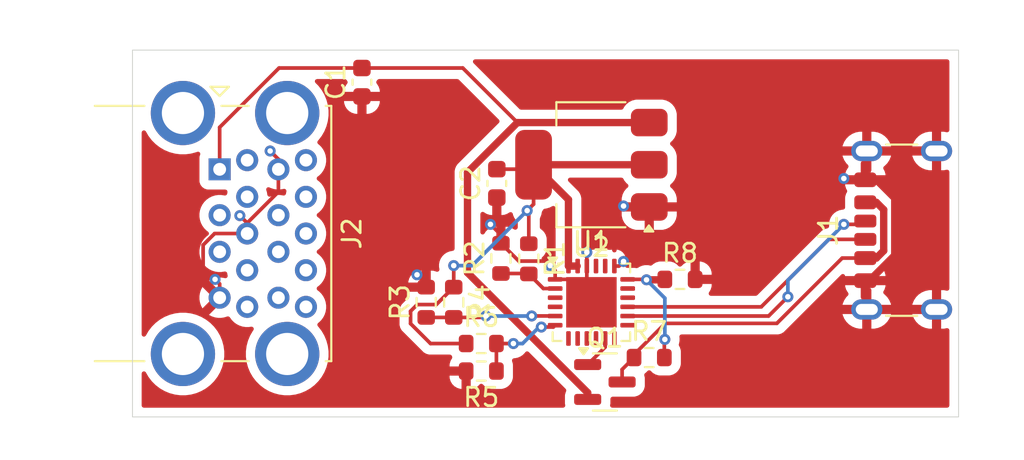
<source format=kicad_pcb>
(kicad_pcb (version 20241229) (generator "pcbnew") (generator_version "9.0")
  (layers (0 "F.Cu" signal) (2 "B.Cu" signal) (13 "F.Paste" user) (15 "B.Paste" user) (5 "F.SilkS" user "F.Silkscreen") (7 "B.SilkS" user "B.Silkscreen") (1 "F.Mask" user) (3 "B.Mask" user) (25 "Edge.Cuts" user))
  (net 0 "")
  (net 1 "GND")
  (net 2 "VBUS")
  (net 3 "+3.3V")
  (net 4 "CC2")
  (net 5 "CC1")
  (net 6 "VBUS_C")
  (net 13 "Net-(Q1-G)")
  (net 14 "Net-(U1-VBUS_MAX)")
  (net 15 "Net-(U1-ISNK_COARSE)")
  (net 16 "Net-(U1-ISNK_FINE)")
  (net 17 "Net-(U1-VBUS_IN)")
  (footprint "Resistor_SMD:R_0603_1608Metric" (layer "F.Cu") (at 150.072186 71.354801 90)
    (property "Reference" "R2" (at 0 -1.43 90) (layer "F.SilkS"))
    (property "Value" "2.4K")
    (fp_line (start -0.237258 -0.5225) (end 0.237258 -0.5225) (stroke (width 0.12)) (layer "F.SilkS"))
    (fp_line (start -0.237258 0.5225) (end 0.237258 0.5225) (stroke (width 0.12)) (layer "F.SilkS"))
    (pad "1" smd roundrect (at -0.825 0 90) (size 0.8 0.95) (layers "F.Cu" "F.Mask" "F.Paste") (net 14 "Net-(U1-VBUS_MAX)"))
    (pad "2" smd roundrect (at 0.825 0 90) (size 0.8 0.95) (layers "F.Cu" "F.Mask" "F.Paste") (net 1 "GND"))
  )
  (footprint "Package_TO_SOT_SMD:SOT-23" (layer "F.Cu") (at 155.733738 78.096445)
    (property "Reference" "Q1" (at 0 -2.4 0) (layer "F.SilkS"))
    (property "Value" "AO3401A")
    (fp_line (start 0 -1.56) (end -0.65 -1.56) (stroke (width 0.12)) (layer "F.SilkS"))
    (fp_line (start 0 -1.56) (end 0.65 -1.56) (stroke (width 0.12)) (layer "F.SilkS"))
    (fp_line (start 0 1.56) (end -0.65 1.56) (stroke (width 0.12)) (layer "F.SilkS"))
    (fp_line (start 0 1.56) (end 0.65 1.56) (stroke (width 0.12)) (layer "F.SilkS"))
    (fp_poly (pts (xy -1.1625 -1.51) (xy -1.4025 -1.84) (xy -0.9225 -1.84)) (stroke (width 0.12)) (fill yes) (layer "F.SilkS"))
    (pad "1" smd roundrect (at -0.9375 -0.95) (size 1.475 0.6) (layers "F.Cu" "F.Mask" "F.Paste") (net 13 "Net-(Q1-G)"))
    (pad "2" smd roundrect (at -0.9375 0.95) (size 1.475 0.6) (layers "F.Cu" "F.Mask" "F.Paste") (net 2 "VBUS"))
    (pad "3" smd roundrect (at 0.9375 0) (size 1.475 0.6) (layers "F.Cu" "F.Mask" "F.Paste") (net 6 "VBUS_C"))
  )
  (footprint "Connector_USB:USB_C_Receptacle_GCT_USB4125-xx-x_6P_TopMnt_Horizontal" (layer "F.Cu") (at 173 69.82 90)
    (property "Reference" "J1" (at 0 -5.1 90) (layer "F.SilkS"))
    (property "Value" "USB_C_Receptacle_PowerOnly_6P")
    (fp_line (start 4.67 -0.25) (end 4.67 -1.95) (stroke (width 0.12)) (layer "F.SilkS"))
    (fp_line (start -4.67 -0.25) (end -4.67 -1.95) (stroke (width 0.12)) (layer "F.SilkS"))
    (pad "A5" smd roundrect (at -0.5 -3.08 90) (size 0.7 1.2) (layers "F.Cu" "F.Mask" "F.Paste") (net 5 "CC1"))
    (pad "A9" smd roundrect (at 1.52 -3.08 270) (size 0.76 1.2) (layers "F.Cu" "F.Mask" "F.Paste") (net 6 "VBUS_C"))
    (pad "A12" smd roundrect (at 2.75 -3.08 270) (size 0.8 1.2) (layers "F.Cu" "F.Mask" "F.Paste") (net 1 "GND"))
    (pad "B5" smd roundrect (at 0.5 -3.08 270) (size 0.7 1.2) (layers "F.Cu" "F.Mask" "F.Paste") (net 4 "CC2"))
    (pad "B9" smd roundrect (at -1.52 -3.08 90) (size 0.76 1.2) (layers "F.Cu" "F.Mask" "F.Paste") (net 6 "VBUS_C"))
    (pad "B12" smd roundrect (at -2.75 -3.08 90) (size 0.8 1.2) (layers "F.Cu" "F.Mask" "F.Paste") (net 1 "GND"))
    (pad "S1" thru_hole oval (at -4.32 -3 90) (size 1.1 1.7) (drill oval 0.6 1.2) (property pad_prop_heatsink) (layers "*.Cu" "*.Mask" "F.Paste") (net 1 "GND"))
    (pad "S1" thru_hole oval (at -4.32 0.8 90) (size 1.1 1.7) (drill oval 0.6 1.2) (property pad_prop_heatsink) (layers "*.Cu" "*.Mask" "F.Paste") (net 1 "GND"))
    (pad "S1" thru_hole oval (at 4.32 -3 90) (size 1.1 1.7) (drill oval 0.6 1.2) (property pad_prop_heatsink) (layers "*.Cu" "*.Mask" "F.Paste") (net 1 "GND"))
    (pad "S1" thru_hole oval (at 4.32 0.8 90) (size 1.1 1.7) (drill oval 0.6 1.2) (property pad_prop_heatsink) (layers "*.Cu" "*.Mask" "F.Paste") (net 1 "GND"))
  )
  (footprint "Resistor_SMD:R_0603_1608Metric" (layer "F.Cu") (at 149 76)
    (property "Reference" "R6" (at 0 -1.43 0) (layer "F.SilkS"))
    (property "Value" "5.1K")
    (fp_line (start -0.237258 -0.5225) (end 0.237258 -0.5225) (stroke (width 0.12)) (layer "F.SilkS"))
    (fp_line (start -0.237258 0.5225) (end 0.237258 0.5225) (stroke (width 0.12)) (layer "F.SilkS"))
    (pad "1" smd roundrect (at -0.825 0) (size 0.8 0.95) (layers "F.Cu" "F.Mask" "F.Paste") (net 3 "+3.3V"))
    (pad "2" smd roundrect (at 0.825 0) (size 0.8 0.95) (layers "F.Cu" "F.Mask" "F.Paste") (net 16 "Net-(U1-ISNK_FINE)"))
  )
  (footprint "Resistor_SMD:R_0603_1608Metric" (layer "F.Cu") (at 151.589238 71.380298 -90)
    (property "Reference" "R1" (at 0 -1.43 90) (layer "F.SilkS"))
    (property "Value" "5.1K")
    (fp_line (start -0.237258 0.5225) (end 0.237258 0.5225) (stroke (width 0.12)) (layer "F.SilkS"))
    (fp_line (start -0.237258 -0.5225) (end 0.237258 -0.5225) (stroke (width 0.12)) (layer "F.SilkS"))
    (pad "1" smd roundrect (at -0.825 0 270) (size 0.8 0.95) (layers "F.Cu" "F.Mask" "F.Paste") (net 3 "+3.3V"))
    (pad "2" smd roundrect (at 0.825 0 270) (size 0.8 0.95) (layers "F.Cu" "F.Mask" "F.Paste") (net 14 "Net-(U1-VBUS_MAX)"))
  )
  (footprint "Resistor_SMD:R_0603_1608Metric" (layer "F.Cu") (at 149 77.5 180)
    (property "Reference" "R5" (at 0 -1.43 0) (layer "F.SilkS"))
    (property "Value" "2.4K")
    (fp_line (start -0.237258 0.5225) (end 0.237258 0.5225) (stroke (width 0.12)) (layer "F.SilkS"))
    (fp_line (start -0.237258 -0.5225) (end 0.237258 -0.5225) (stroke (width 0.12)) (layer "F.SilkS"))
    (pad "1" smd roundrect (at -0.825 0 180) (size 0.8 0.95) (layers "F.Cu" "F.Mask" "F.Paste") (net 16 "Net-(U1-ISNK_FINE)"))
    (pad "2" smd roundrect (at 0.825 0 180) (size 0.8 0.95) (layers "F.Cu" "F.Mask" "F.Paste") (net 1 "GND"))
  )
  (footprint "Resistor_SMD:R_0603_1608Metric" (layer "F.Cu") (at 158.146986 76.764256)
    (property "Reference" "R7" (at 0 -1.43 0) (layer "F.SilkS"))
    (property "Value" "100K")
    (fp_line (start -0.237258 -0.5225) (end 0.237258 -0.5225) (stroke (width 0.12)) (layer "F.SilkS"))
    (fp_line (start -0.237258 0.5225) (end 0.237258 0.5225) (stroke (width 0.12)) (layer "F.SilkS"))
    (pad "1" smd roundrect (at -0.825 0) (size 0.8 0.95) (layers "F.Cu" "F.Mask" "F.Paste") (net 6 "VBUS_C"))
    (pad "2" smd roundrect (at 0.825 0) (size 0.8 0.95) (layers "F.Cu" "F.Mask" "F.Paste") (net 17 "Net-(U1-VBUS_IN)"))
  )
  (footprint "Resistor_SMD:R_0603_1608Metric" (layer "F.Cu") (at 159.825 72.5)
    (property "Reference" "R8" (at 0 -1.43 0) (layer "F.SilkS"))
    (property "Value" "10K")
    (fp_line (start -0.237258 -0.5225) (end 0.237258 -0.5225) (stroke (width 0.12)) (layer "F.SilkS"))
    (fp_line (start -0.237258 0.5225) (end 0.237258 0.5225) (stroke (width 0.12)) (layer "F.SilkS"))
    (pad "1" smd roundrect (at -0.825 0) (size 0.8 0.95) (layers "F.Cu" "F.Mask" "F.Paste") (net 17 "Net-(U1-VBUS_IN)"))
    (pad "2" smd roundrect (at 0.825 0) (size 0.8 0.95) (layers "F.Cu" "F.Mask" "F.Paste") (net 1 "GND"))
  )
  (footprint "Capacitor_SMD:C_0603_1608Metric" (layer "F.Cu") (at 149.847019 67.266307 90)
    (property "Reference" "C2" (at 0 -1.43 90) (layer "F.SilkS"))
    (property "Value" "1uF")
    (fp_line (start -0.14058 -0.51) (end 0.14058 -0.51) (stroke (width 0.12)) (layer "F.SilkS"))
    (fp_line (start -0.14058 0.51) (end 0.14058 0.51) (stroke (width 0.12)) (layer "F.SilkS"))
    (pad "1" smd roundrect (at -0.775 0 90) (size 0.9 0.95) (layers "F.Cu" "F.Mask" "F.Paste") (net 1 "GND"))
    (pad "2" smd roundrect (at 0.775 0 90) (size 0.9 0.95) (layers "F.Cu" "F.Mask" "F.Paste") (net 3 "+3.3V"))
  )
  (footprint "Connector_USB:USB3_A_Molex_48406-0001_Horizontal_Stacked" (layer "F.Cu") (at 134.75 66.5 -90)
    (property "Reference" "J2" (at 3.5 -7.2 90) (layer "F.SilkS"))
    (property "Value" "USB3_A" (hide yes))
    (fp_line (start -3.46 6.8) (end -3.46 4.1) (stroke (width 0.12)) (layer "F.SilkS"))
    (fp_line (start 10.46 6.8) (end 10.46 4.1) (stroke (width 0.12)) (layer "F.SilkS"))
    (fp_line (start -4.5 0.5) (end -4 0) (stroke (width 0.12)) (layer "F.SilkS"))
    (fp_line (start -4 0) (end -4.5 -0.5) (stroke (width 0.12)) (layer "F.SilkS"))
    (fp_line (start -3.46 -0.1) (end -3.46 -1.58) (stroke (width 0.12)) (layer "F.SilkS"))
    (fp_line (start 10.46 -0.1) (end 10.46 -1.58) (stroke (width 0.12)) (layer "F.SilkS"))
    (fp_line (start -4.5 -0.5) (end -4.5 0.5) (stroke (width 0.12)) (layer "F.SilkS"))
    (fp_line (start -3.46 -6.08) (end -3.46 -5.78) (stroke (width 0.12)) (layer "F.SilkS"))
    (fp_line (start -3.46 -6.08) (end 10.46 -6.08) (stroke (width 0.12)) (layer "F.SilkS"))
    (fp_line (start 10.46 -6.08) (end 10.46 -5.78) (stroke (width 0.12)) (layer "F.SilkS"))
    (pad "1" thru_hole rect (at 0 0 270) (size 1.2 1.2) (drill 0.7) (layers "*.Cu" "*.Mask") (net 2 "VBUS"))
    (pad "2" thru_hole circle (at 2.5 0 270) (size 1.2 1.2) (drill 0.7) (layers "*.Cu" "*.Mask"))
    (pad "3" thru_hole circle (at 4.5 0 270) (size 1.2 1.2) (drill 0.7) (layers "*.Cu" "*.Mask"))
    (pad "4" thru_hole circle (at 7 0 270) (size 1.2 1.2) (drill 0.7) (layers "*.Cu" "*.Mask") (net 1 "GND"))
    (pad "5" thru_hole circle (at 7.5 -1.5 270) (size 1.2 1.2) (drill 0.7) (layers "*.Cu" "*.Mask"))
    (pad "6" thru_hole circle (at 5.5 -1.5 270) (size 1.2 1.2) (drill 0.7) (layers "*.Cu" "*.Mask"))
    (pad "7" thru_hole circle (at 3.5 -1.5 270) (size 1.2 1.2) (drill 0.7) (layers "*.Cu" "*.Mask") (net 1 "GND"))
    (pad "8" thru_hole circle (at 1.5 -1.5 270) (size 1.2 1.2) (drill 0.7) (layers "*.Cu" "*.Mask"))
    (pad "9" thru_hole circle (at -0.5 -1.5 270) (size 1.2 1.2) (drill 0.7) (layers "*.Cu" "*.Mask"))
    (pad "10" thru_hole circle (at 0 -3.2 270) (size 1.2 1.2) (drill 0.7) (layers "*.Cu" "*.Mask") (net 1 "GND"))
    (pad "11" thru_hole circle (at 2.5 -3.2 270) (size 1.2 1.2) (drill 0.7) (layers "*.Cu" "*.Mask"))
    (pad "12" thru_hole circle (at 4.5 -3.2 270) (size 1.2 1.2) (drill 0.7) (layers "*.Cu" "*.Mask"))
    (pad "13" thru_hole circle (at 7 -3.2 270) (size 1.2 1.2) (drill 0.7) (layers "*.Cu" "*.Mask"))
    (pad "14" thru_hole circle (at 7.5 -4.7 270) (size 1.2 1.2) (drill 0.7) (layers "*.Cu" "*.Mask"))
    (pad "15" thru_hole circle (at 5.5 -4.7 270) (size 1.2 1.2) (drill 0.7) (layers "*.Cu" "*.Mask"))
    (pad "16" thru_hole circle (at 3.5 -4.7 270) (size 1.2 1.2) (drill 0.7) (layers "*.Cu" "*.Mask"))
    (pad "17" thru_hole circle (at 1.5 -4.7 270) (size 1.2 1.2) (drill 0.7) (layers "*.Cu" "*.Mask"))
    (pad "18" thru_hole circle (at -0.5 -4.7 270) (size 1.2 1.2) (drill 0.7) (layers "*.Cu" "*.Mask"))
    (pad "19" thru_hole circle (at -3.07 -3.68 270) (size 3.5 3.5) (drill 2.3) (layers "*.Cu" "*.Mask"))
    (pad "19" thru_hole circle (at -3.07 2 270) (size 3.5 3.5) (drill 2.3) (layers "*.Cu" "*.Mask"))
    (pad "19" thru_hole circle (at 10.07 -3.68 270) (size 3.5 3.5) (drill 2.3) (layers "*.Cu" "*.Mask"))
    (pad "19" thru_hole circle (at 10.07 2 270) (size 3.5 3.5) (drill 2.3) (layers "*.Cu" "*.Mask"))
  )
  (footprint "Package_DFN_QFN:QFN-24-1EP_4x4mm_P0.5mm_EP2.75x2.75mm" (layer "F.Cu") (at 155 73.75)
    (property "Reference" "U1" (at 0 -3.33 0) (layer "F.SilkS"))
    (property "Value" "CYPD3177-24LQ")
    (fp_line (start -2.11 -1.635) (end -2.11 -1.87) (stroke (width 0.12)) (layer "F.SilkS"))
    (fp_line (start -2.11 2.11) (end -2.11 1.635) (stroke (width 0.12)) (layer "F.SilkS"))
    (fp_line (start -1.635 -2.11) (end -1.81 -2.11) (stroke (width 0.12)) (layer "F.SilkS"))
    (fp_line (start -1.635 2.11) (end -2.11 2.11) (stroke (width 0.12)) (layer "F.SilkS"))
    (fp_line (start 1.635 -2.11) (end 2.11 -2.11) (stroke (width 0.12)) (layer "F.SilkS"))
    (fp_line (start 1.635 2.11) (end 2.11 2.11) (stroke (width 0.12)) (layer "F.SilkS"))
    (fp_line (start 2.11 -2.11) (end 2.11 -1.635) (stroke (width 0.12)) (layer "F.SilkS"))
    (fp_line (start 2.11 2.11) (end 2.11 1.635) (stroke (width 0.12)) (layer "F.SilkS"))
    (fp_poly (pts (xy -2.11 -2.11) (xy -2.35 -2.44) (xy -1.87 -2.44)) (stroke (width 0.12)) (fill yes) (layer "F.SilkS"))
    (pad "1" smd roundrect (at -1.975 -1.25) (size 0.8 0.25) (layers "F.Cu" "F.Mask" "F.Paste") (net 1 "GND"))
    (pad "2" smd roundrect (at -1.975 -0.75) (size 0.8 0.25) (layers "F.Cu" "F.Mask" "F.Paste") (net 14 "Net-(U1-VBUS_MAX)"))
    (pad "3" smd roundrect (at -1.975 -0.25) (size 0.8 0.25) (layers "F.Cu" "F.Mask" "F.Paste"))
    (pad "4" smd roundrect (at -1.975 0.25) (size 0.8 0.25) (layers "F.Cu" "F.Mask" "F.Paste"))
    (pad "5" smd roundrect (at -1.975 0.75) (size 0.8 0.25) (layers "F.Cu" "F.Mask" "F.Paste") (net 15 "Net-(U1-ISNK_COARSE)"))
    (pad "6" smd roundrect (at -1.975 1.25) (size 0.8 0.25) (layers "F.Cu" "F.Mask" "F.Paste") (net 16 "Net-(U1-ISNK_FINE)"))
    (pad "7" smd roundrect (at -1.25 1.975) (size 0.25 0.8) (layers "F.Cu" "F.Mask" "F.Paste"))
    (pad "8" smd roundrect (at -0.75 1.975) (size 0.25 0.8) (layers "F.Cu" "F.Mask" "F.Paste"))
    (pad "9" smd roundrect (at -0.25 1.975) (size 0.25 0.8) (layers "F.Cu" "F.Mask" "F.Paste"))
    (pad "10" smd roundrect (at 0.25 1.975) (size 0.25 0.8) (layers "F.Cu" "F.Mask" "F.Paste"))
    (pad "11" smd roundrect (at 0.75 1.975) (size 0.25 0.8) (layers "F.Cu" "F.Mask" "F.Paste") (net 13 "Net-(Q1-G)"))
    (pad "12" smd roundrect (at 1.25 1.975) (size 0.25 0.8) (layers "F.Cu" "F.Mask" "F.Paste"))
    (pad "13" smd roundrect (at 1.975 1.25) (size 0.8 0.25) (layers "F.Cu" "F.Mask" "F.Paste"))
    (pad "14" smd roundrect (at 1.975 0.75) (size 0.8 0.25) (layers "F.Cu" "F.Mask" "F.Paste") (net 4 "CC2"))
    (pad "15" smd roundrect (at 1.975 0.25) (size 0.8 0.25) (layers "F.Cu" "F.Mask" "F.Paste") (net 5 "CC1"))
    (pad "16" smd roundrect (at 1.975 -0.25) (size 0.8 0.25) (layers "F.Cu" "F.Mask" "F.Paste"))
    (pad "17" smd roundrect (at 1.975 -0.75) (size 0.8 0.25) (layers "F.Cu" "F.Mask" "F.Paste"))
    (pad "18" smd roundrect (at 1.975 -1.25) (size 0.8 0.25) (layers "F.Cu" "F.Mask" "F.Paste") (net 17 "Net-(U1-VBUS_IN)"))
    (pad "19" smd roundrect (at 1.25 -1.975) (size 0.25 0.8) (layers "F.Cu" "F.Mask" "F.Paste") (net 1 "GND"))
    (pad "20" smd roundrect (at 0.75 -1.975) (size 0.25 0.8) (layers "F.Cu" "F.Mask" "F.Paste"))
    (pad "21" smd roundrect (at 0.25 -1.975) (size 0.25 0.8) (layers "F.Cu" "F.Mask" "F.Paste"))
    (pad "22" smd roundrect (at -0.25 -1.975) (size 0.25 0.8) (layers "F.Cu" "F.Mask" "F.Paste") (net 1 "GND"))
    (pad "23" smd roundrect (at -0.75 -1.975) (size 0.25 0.8) (layers "F.Cu" "F.Mask" "F.Paste") (net 3 "+3.3V"))
    (pad "24" smd roundrect (at -1.25 -1.975) (size 0.25 0.8) (layers "F.Cu" "F.Mask" "F.Paste") (net 3 "+3.3V"))
    (pad "25" smd rect (at 0 0) (size 2.75 2.75) (property pad_prop_heatsink) (layers "F.Cu" "F.Mask") (net 1 "GND"))
  )
  (footprint "Resistor_SMD:R_0603_1608Metric" (layer "F.Cu") (at 147.5 73.75 -90)
    (property "Reference" "R4" (at 0 -1.43 90) (layer "F.SilkS"))
    (property "Value" "5.1K" (hide yes))
    (fp_line (start -0.237258 0.5225) (end 0.237258 0.5225) (stroke (width 0.12)) (layer "F.SilkS"))
    (fp_line (start -0.237258 -0.5225) (end 0.237258 -0.5225) (stroke (width 0.12)) (layer "F.SilkS"))
    (pad "1" smd roundrect (at -0.825 0 270) (size 0.8 0.95) (layers "F.Cu" "F.Mask" "F.Paste") (net 3 "+3.3V"))
    (pad "2" smd roundrect (at 0.825 0 270) (size 0.8 0.95) (layers "F.Cu" "F.Mask" "F.Paste") (net 15 "Net-(U1-ISNK_COARSE)"))
  )
  (footprint "Package_TO_SOT_SMD:SOT-223-3_TabPin2" (layer "F.Cu") (at 155 66.25 180)
    (property "Reference" "U2" (at 0 -4.5 0) (layer "F.SilkS"))
    (property "Value" "AMS1117-3.3")
    (fp_line (start 1.91 3.41) (end 1.91 2.15) (stroke (width 0.12)) (layer "F.SilkS"))
    (fp_line (start 1.91 -3.41) (end 1.91 -2.15) (stroke (width 0.12)) (layer "F.SilkS"))
    (fp_line (start -1.85 3.41) (end 1.91 3.41) (stroke (width 0.12)) (layer "F.SilkS"))
    (fp_line (start -1.85 -3.41) (end 1.91 -3.41) (stroke (width 0.12)) (layer "F.SilkS"))
    (fp_poly (pts (xy -3.13 -3.31) (xy -3.37 -3.64) (xy -2.89 -3.64) (xy -3.13 -3.31)) (stroke (width 0.12)) (fill yes) (layer "F.SilkS"))
    (pad "1" smd roundrect (at -3.15 -2.3 180) (size 2 1.5) (layers "F.Cu" "F.Mask" "F.Paste") (net 1 "GND"))
    (pad "2" smd roundrect (at -3.15 0 180) (size 2 1.5) (layers "F.Cu" "F.Mask" "F.Paste") (net 3 "+3.3V"))
    (pad "2" smd roundrect (at 3.15 0 180) (size 2 3.8) (layers "F.Cu" "F.Mask" "F.Paste") (net 3 "+3.3V"))
    (pad "3" smd roundrect (at -3.15 2.3 180) (size 2 1.5) (layers "F.Cu" "F.Mask" "F.Paste") (net 2 "VBUS"))
  )
  (footprint "Resistor_SMD:R_0603_1608Metric" (layer "F.Cu") (at 146 73.75 90)
    (property "Reference" "R3" (at 0 -1.43 90) (layer "F.SilkS"))
    (property "Value" "2.4K" (hide yes))
    (fp_line (start -0.237258 -0.5225) (end 0.237258 -0.5225) (stroke (width 0.12)) (layer "F.SilkS"))
    (fp_line (start -0.237258 0.5225) (end 0.237258 0.5225) (stroke (width 0.12)) (layer "F.SilkS"))
    (pad "1" smd roundrect (at -0.825 0 90) (size 0.8 0.95) (layers "F.Cu" "F.Mask" "F.Paste") (net 15 "Net-(U1-ISNK_COARSE)"))
    (pad "2" smd roundrect (at 0.825 0 90) (size 0.8 0.95) (layers "F.Cu" "F.Mask" "F.Paste") (net 1 "GND"))
  )
  (footprint "Capacitor_SMD:C_0603_1608Metric" (layer "F.Cu") (at 142.5 61.75 90)
    (property "Reference" "C1" (at 0 -1.43 90) (layer "F.SilkS"))
    (property "Value" "1uF")
    (fp_line (start -0.14058 -0.51) (end 0.14058 -0.51) (stroke (width 0.12)) (layer "F.SilkS"))
    (fp_line (start -0.14058 0.51) (end 0.14058 0.51) (stroke (width 0.12)) (layer "F.SilkS"))
    (pad "1" smd roundrect (at -0.775 0 90) (size 0.9 0.95) (layers "F.Cu" "F.Mask" "F.Paste") (net 1 "GND"))
    (pad "2" smd roundrect (at 0.775 0 90) (size 0.9 0.95) (layers "F.Cu" "F.Mask" "F.Paste") (net 2 "VBUS"))
  )
  (gr_rect (start 130 60) (end 175 80) (stroke (width 0.05)) (fill no) (layer "Edge.Cuts"))
  (segment (start 146 72.925) (end 146 72.75) (width 0.2) (layer "F.Cu") (net 1))
  (segment (start 153.025 72.5) (end 153.75 72.5) (width 0.2) (layer "F.Cu") (net 1))
  (segment (start 170 74.14) (end 173.8 74.14) (width 0.4) (layer "F.Cu") (net 1))
  (segment (start 154.75 71.775) (end 154.75 71.025) (width 0.2) (layer "F.Cu") (net 1))
  (segment (start 154.75 71.775) (end 154.75 73.5) (width 0.2) (layer "F.Cu") (net 1))
  (segment (start 136.25 69.425793) (end 137.95 67.725793) (width 0.2) (layer "F.Cu") (net 1))
  (segment (start 137.95 65.95) (end 137.5 65.5) (width 0.2) (layer "F.Cu") (net 1))
  (segment (start 153.025 72.025) (end 152.75 71.75) (width 0.2) (layer "F.Cu") (net 1))
  (segment (start 168.82 67.07) (end 168.75 67) (width 0.4) (layer "F.Cu") (net 1))
  (segment (start 169.92 74.06) (end 170 74.14) (width 0.4) (layer "F.Cu") (net 1))
  (segment (start 170.52 67.07) (end 169.92 67.07) (width 0.4) (layer "F.Cu") (net 1))
  (segment (start 169.92 72.57) (end 169.92 74.06) (width 0.4) (layer "F.Cu") (net 1))
  (segment (start 146 72.75) (end 145.5 72.25) (width 0.2) (layer "F.Cu") (net 1))
  (segment (start 156.5 71.775) (end 156.75 71.525) (width 0.2) (layer "F.Cu") (net 1))
  (segment (start 152.504298 71.504298) (end 151.046683 71.504298) (width 0.2) (layer "F.Cu") (net 1))
  (segment (start 153.025 72.5) (end 153.025 72.025) (width 0.2) (layer "F.Cu") (net 1))
  (segment (start 150.072186 70.072186) (end 149.5 69.5) (width 0.2) (layer "F.Cu") (net 1))
  (segment (start 136.25 69.424865) (end 135.849726 69.024591) (width 0.2) (layer "F.Cu") (net 1))
  (segment (start 137.95 67.725793) (end 137.95 66.5) (width 0.2) (layer "F.Cu") (net 1))
  (segment (start 133.849 70.626793) (end 134.475793 70) (width 0.2) (layer "F.Cu") (net 1))
  (segment (start 170.139942 72.57) (end 171.522 71.187942) (width 0.4) (layer "F.Cu") (net 1))
  (segment (start 170 65.5) (end 173.8 65.5) (width 0.4) (layer "F.Cu") (net 1))
  (segment (start 134.475793 70) (end 136.25 70) (width 0.2) (layer "F.Cu") (net 1))
  (segment (start 137.95 66.5) (end 137.95 65.95) (width 0.2) (layer "F.Cu") (net 1))
  (segment (start 171.522 71.187942) (end 171.522 68.072) (width 0.4) (layer "F.Cu") (net 1))
  (segment (start 134.75 73.5) (end 134.75 72.75) (width 0.2) (layer "F.Cu") (net 1))
  (segment (start 136.25 70) (end 136.25 69.425793) (width 0.2) (layer "F.Cu") (net 1))
  (segment (start 170 65.5) (end 170 66.99) (width 0.4) (layer "F.Cu") (net 1))
  (segment (start 156.25 71.775) (end 156.5 71.775) (width 0.2) (layer "F.Cu") (net 1))
  (segment (start 134.75 72.75) (end 134.5 72.5) (width 0.2) (layer "F.Cu") (net 1))
  (segment (start 150.072186 70.529801) (end 150.072186 70.072186) (width 0.2) (layer "F.Cu") (net 1))
  (segment (start 170 66.99) (end 169.92 67.07) (width 0.4) (layer "F.Cu") (net 1))
  (segment (start 169.92 67.07) (end 168.82 67.07) (width 0.4) (layer "F.Cu") (net 1))
  (segment (start 153.75 72.5) (end 155 73.75) (width 0.2) (layer "F.Cu") (net 1))
  (segment (start 158.15 68.55) (end 156.8 68.55) (width 0.4) (layer "F.Cu") (net 1))
  (segment (start 154.75 73.5) (end 155 73.75) (width 0.2) (layer "F.Cu") (net 1))
  (segment (start 151.046683 71.504298) (end 150.072186 70.529801) (width 0.2) (layer "F.Cu") (net 1))
  (segment (start 171.522 68.072) (end 170.52 67.07) (width 0.4) (layer "F.Cu") (net 1))
  (segment (start 169.92 72.57) (end 170.139942 72.57) (width 0.4) (layer "F.Cu") (net 1))
  (segment (start 149.847019 68.041307) (end 149.847019 69.152981) (width 0.2) (layer "F.Cu") (net 1))
  (segment (start 133.849 71.849) (end 133.849 70.626793) (width 0.2) (layer "F.Cu") (net 1))
  (segment (start 152.75 71.75) (end 152.504298 71.504298) (width 0.2) (layer "F.Cu") (net 1))
  (segment (start 136.25 70) (end 136.25 69.424865) (width 0.2) (layer "F.Cu") (net 1))
  (segment (start 149.847019 69.152981) (end 149.5 69.5) (width 0.2) (layer "F.Cu") (net 1))
  (segment (start 156.8 68.55) (end 156.75 68.5) (width 0.4) (layer "F.Cu") (net 1))
  (segment (start 134.5 72.5) (end 133.849 71.849) (width 0.2) (layer "F.Cu") (net 1))
  (via (at 135.849726 69.024591) (size 0.6) (drill 0.3) (layers "F.Cu" "B.Cu") (net 1))
  (via (at 154.75 71.025) (size 0.6) (drill 0.3) (layers "F.Cu" "B.Cu") (net 1))
  (via (at 134.5 72.5) (size 0.6) (drill 0.3) (layers "F.Cu" "B.Cu") (net 1))
  (via (at 156.75 68.5) (size 0.6) (drill 0.3) (layers "F.Cu" "B.Cu") (net 1))
  (via (at 152.75 71.75) (size 0.6) (drill 0.3) (layers "F.Cu" "B.Cu") (net 1))
  (via (at 168.75 67) (size 0.6) (drill 0.3) (layers "F.Cu" "B.Cu") (net 1))
  (via (at 137.5 65.5) (size 0.6) (drill 0.3) (layers "F.Cu" "B.Cu") (net 1))
  (via (at 145.5 72.25) (size 0.6) (drill 0.3) (layers "F.Cu" "B.Cu") (net 1))
  (via (at 149.5 69.5) (size 0.6) (drill 0.3) (layers "F.Cu" "B.Cu") (net 1))
  (via (at 156.75 71.525) (size 0.6) (drill 0.3) (layers "F.Cu" "B.Cu") (net 1))
  (segment (start 142.5 60.975) (end 147.993522 60.975) (width 0.2) (layer "F.Cu") (net 2))
  (segment (start 148.25 66.668522) (end 148.25 72.133299) (width 0.4) (layer "F.Cu") (net 2))
  (segment (start 134.75 66.5) (end 134.75 64.209447) (width 0.2) (layer "F.Cu") (net 2))
  (segment (start 134.75 64.209447) (end 137.984447 60.975) (width 0.2) (layer "F.Cu") (net 2))
  (segment (start 147.993522 60.975) (end 150.968522 63.95) (width 0.2) (layer "F.Cu") (net 2))
  (segment (start 150.968522 63.95) (end 148.25 66.668522) (width 0.4) (layer "F.Cu") (net 2))
  (segment (start 148.25 72.133299) (end 154.796238 78.679537) (width 0.4) (layer "F.Cu") (net 2))
  (segment (start 154.796238 78.679537) (end 154.796238 79.046445) (width 0.4) (layer "F.Cu") (net 2))
  (segment (start 137.984447 60.975) (end 142.5 60.975) (width 0.2) (layer "F.Cu") (net 2))
  (segment (start 158.15 63.95) (end 150.968522 63.95) (width 0.4) (layer "F.Cu") (net 2))
  (segment (start 151.589238 68.839238) (end 151.5 68.75) (width 0.2) (layer "F.Cu") (net 3))
  (segment (start 153.75 71.775) (end 153.75 68.15) (width 0.4) (layer "F.Cu") (net 3))
  (segment (start 151.5 68.75) (end 151.85 68.4) (width 0.2) (layer "F.Cu") (net 3))
  (segment (start 151.85 66.25) (end 158.15 66.25) (width 0.4) (layer "F.Cu") (net 3))
  (segment (start 153.75 71.775) (end 154.224 71.775) (width 0.4) (layer "F.Cu") (net 3))
  (segment (start 145.149 74.913064) (end 146.235936 76) (width 0.2) (layer "F.Cu") (net 3))
  (segment (start 147.5 72.925) (end 146.551 73.874) (width 0.2) (layer "F.Cu") (net 3))
  (segment (start 153.75 68.15) (end 151.85 66.25) (width 0.4) (layer "F.Cu") (net 3))
  (segment (start 145.149 74.236936) (end 145.149 74.913064) (width 0.2) (layer "F.Cu") (net 3))
  (segment (start 146.235936 76) (end 148.175 76) (width 0.2) (layer "F.Cu") (net 3))
  (segment (start 149.847019 66.491307) (end 151.608693 66.491307) (width 0.2) (layer "F.Cu") (net 3))
  (segment (start 147.5 72.925) (end 147.5 71.75) (width 0.2) (layer "F.Cu") (net 3))
  (segment (start 151.608693 66.491307) (end 151.85 66.25) (width 0.2) (layer "F.Cu") (net 3))
  (segment (start 151.589238 70.555298) (end 151.589238 68.839238) (width 0.2) (layer "F.Cu") (net 3))
  (segment (start 145.511936 73.874) (end 145.149 74.236936) (width 0.2) (layer "F.Cu") (net 3))
  (segment (start 146.551 73.874) (end 145.511936 73.874) (width 0.2) (layer "F.Cu") (net 3))
  (segment (start 151.85 68.4) (end 151.85 66.25) (width 0.2) (layer "F.Cu") (net 3))
  (via (at 147.5 71.75) (size 0.6) (drill 0.3) (layers "F.Cu" "B.Cu") (net 3))
  (via (at 151.5 68.75) (size 0.6) (drill 0.3) (layers "F.Cu" "B.Cu") (net 3))
  (segment (start 148.5 71.75) (end 151.5 68.75) (width 0.2) (layer "B.Cu") (net 3))
  (segment (start 147.5 71.75) (end 148.5 71.75) (width 0.2) (layer "B.Cu") (net 3))
  (segment (start 156.975 74.5) (end 164.65147 74.5) (width 0.2) (layer "F.Cu") (net 4))
  (segment (start 168.75 69.5) (end 169.74 69.5) (width 0.2) (layer "F.Cu") (net 4))
  (segment (start 169.74 69.5) (end 169.92 69.32) (width 0.2) (layer "F.Cu") (net 4))
  (segment (start 164.65147 74.5) (end 165.700735 73.450735) (width 0.2) (layer "F.Cu") (net 4))
  (via (at 168.75 69.5) (size 0.6) (drill 0.3) (layers "F.Cu" "B.Cu") (net 4))
  (via (at 165.700735 73.450735) (size 0.6) (drill 0.3) (layers "F.Cu" "B.Cu") (net 4))
  (segment (start 165.700735 72.549265) (end 168.75 69.5) (width 0.2) (layer "B.Cu") (net 4))
  (segment (start 165.700735 73.450735) (end 165.700735 72.549265) (width 0.2) (layer "B.Cu") (net 4))
  (segment (start 167.93 70.32) (end 169.92 70.32) (width 0.2) (layer "F.Cu") (net 5))
  (segment (start 164.25 74) (end 167.93 70.32) (width 0.2) (layer "F.Cu") (net 5))
  (segment (start 156.975 74) (end 164.25 74) (width 0.2) (layer "F.Cu") (net 5))
  (segment (start 159.024057 74.901) (end 165.099 74.901) (width 0.2) (layer "F.Cu") (net 6))
  (segment (start 168.66 71.34) (end 169.92 71.34) (width 0.2) (layer "F.Cu") (net 6))
  (segment (start 156.671238 77.415004) (end 157.321986 76.764256) (width 0.2) (layer "F.Cu") (net 6))
  (segment (start 157.321986 76.764256) (end 157.321986 76.603071) (width 0.2) (layer "F.Cu") (net 6))
  (segment (start 170.52 68.3) (end 170.921 68.701) (width 0.4) (layer "F.Cu") (net 6))
  (segment (start 170.921 70.939) (end 170.52 71.34) (width 0.4) (layer "F.Cu") (net 6))
  (segment (start 156.671238 78.096445) (end 156.671238 77.415004) (width 0.2) (layer "F.Cu") (net 6))
  (segment (start 170.921 68.701) (end 170.921 70.939) (width 0.4) (layer "F.Cu") (net 6))
  (segment (start 170.52 71.34) (end 169.92 71.34) (width 0.4) (layer "F.Cu") (net 6))
  (segment (start 157.321986 76.603071) (end 159.024057 74.901) (width 0.2) (layer "F.Cu") (net 6))
  (segment (start 165.099 74.901) (end 168.66 71.34) (width 0.2) (layer "F.Cu") (net 6))
  (segment (start 169.92 68.3) (end 170.52 68.3) (width 0.4) (layer "F.Cu") (net 6))
  (segment (start 155.75 76.192683) (end 154.796238 77.146445) (width 0.2) (layer "F.Cu") (net 13))
  (segment (start 155.75 75.725) (end 155.75 76.192683) (width 0.2) (layer "F.Cu") (net 13))
  (segment (start 152.38394 73) (end 153.025 73) (width 0.2) (layer "F.Cu") (net 14))
  (segment (start 150.072186 72.179801) (end 151.563741 72.179801) (width 0.2) (layer "F.Cu") (net 14))
  (segment (start 151.563741 72.179801) (end 151.589238 72.205298) (width 0.2) (layer "F.Cu") (net 14))
  (segment (start 151.589238 72.205298) (end 152.38394 73) (width 0.2) (layer "F.Cu") (net 14))
  (segment (start 147.5 74.575) (end 149.175 74.575) (width 0.2) (layer "F.Cu") (net 15))
  (segment (start 153.021204 74.496204) (end 153.025 74.5) (width 0.2) (layer "F.Cu") (net 15))
  (segment (start 151.746701 74.496204) (end 153.021204 74.496204) (width 0.2) (layer "F.Cu") (net 15))
  (segment (start 149.175 74.575) (end 149.25 74.5) (width 0.2) (layer "F.Cu") (net 15))
  (segment (start 147.5 74.575) (end 146 74.575) (width 0.2) (layer "F.Cu") (net 15))
  (via (at 149.25 74.5) (size 0.6) (drill 0.3) (layers "F.Cu" "B.Cu") (net 15))
  (via (at 151.746701 74.496204) (size 0.6) (drill 0.3) (layers "F.Cu" "B.Cu") (net 15))
  (segment (start 151.750497 74.5) (end 151.746701 74.496204) (width 0.2) (layer "B.Cu") (net 15))
  (segment (start 149.25 74.5) (end 151.750497 74.5) (width 0.2) (layer "B.Cu") (net 15))
  (segment (start 152.27152 75.1) (end 152.925 75.1) (width 0.2) (layer "F.Cu") (net 16))
  (segment (start 152.925 75.1) (end 153.025 75) (width 0.2) (layer "F.Cu") (net 16))
  (segment (start 149.825 77.5) (end 149.825 76) (width 0.2) (layer "F.Cu") (net 16))
  (segment (start 149.825 76) (end 150.75 76) (width 0.2) (layer "F.Cu") (net 16))
  (via (at 152.27152 75.1) (size 0.6) (drill 0.3) (layers "F.Cu" "B.Cu") (net 16))
  (via (at 150.75 76) (size 0.6) (drill 0.3) (layers "F.Cu" "B.Cu") (net 16))
  (segment (start 152.25 75) (end 152.27152 75.02152) (width 0.2) (layer "B.Cu") (net 16))
  (segment (start 150.75 76) (end 151.25 76) (width 0.2) (layer "B.Cu") (net 16))
  (segment (start 151.25 76) (end 152.25 75) (width 0.2) (layer "B.Cu") (net 16))
  (segment (start 152.27152 75.02152) (end 152.27152 75.1) (width 0.2) (layer "B.Cu") (net 16))
  (segment (start 157.975 72.5) (end 158 72.525) (width 0.2) (layer "F.Cu") (net 17))
  (segment (start 156.975 72.5) (end 157.975 72.5) (width 0.2) (layer "F.Cu") (net 17))
  (segment (start 158.971986 76.764256) (end 158.971986 75.803014) (width 0.2) (layer "F.Cu") (net 17))
  (segment (start 158.975 72.525) (end 159 72.5) (width 0.4) (layer "F.Cu") (net 17))
  (segment (start 158 72.525) (end 158.975 72.525) (width 0.4) (layer "F.Cu") (net 17))
  (segment (start 158.971986 75.803014) (end 159 75.775) (width 0.2) (layer "F.Cu") (net 17))
  (via (at 159 75.775) (size 0.6) (drill 0.3) (layers "F.Cu" "B.Cu") (net 17))
  (via (at 158 72.525) (size 0.6) (drill 0.3) (layers "F.Cu" "B.Cu") (net 17))
  (segment (start 159 75.775) (end 159 73.525) (width 0.2) (layer "B.Cu") (net 17))
  (segment (start 159 73.525) (end 158 72.525) (width 0.2) (layer "B.Cu") (net 17))
  (zone (net 1) (net_name "GND") (layer "F.Cu") (connect_pads (clearance 0.5)) (min_thickness 0.25) (fill yes (thermal_gap 0.5) (thermal_bridge_width 0.5))
    (polygon (pts (xy 175 60) (xy 175 80) (xy 130 80) (xy 130 60)))
  )
)
</source>
